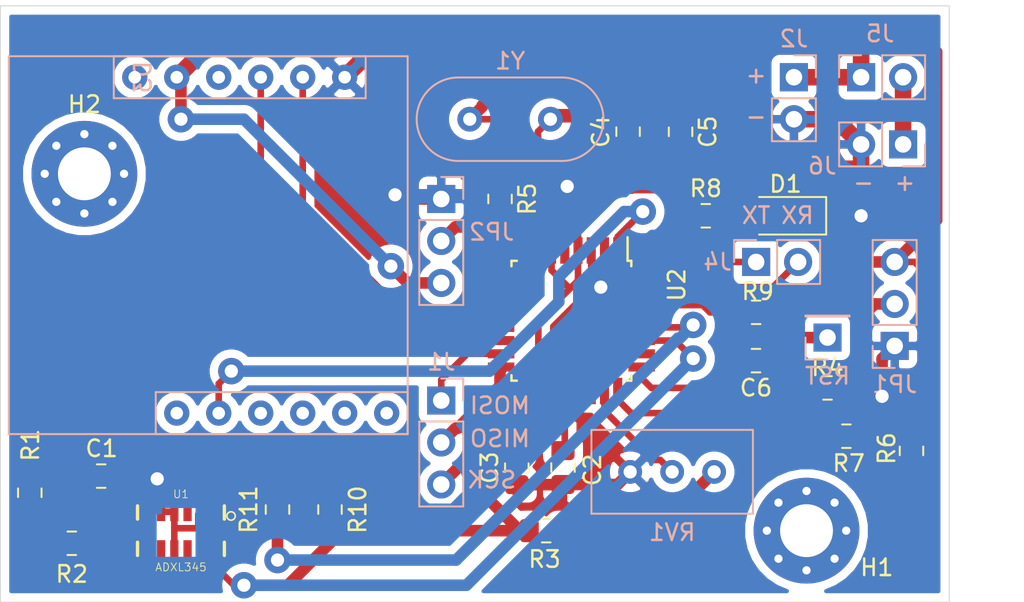
<source format=kicad_pcb>
(kicad_pcb (version 20171130) (host pcbnew "(5.1.5)-3")
  (layers (0 F.Cu signal) (31 B.Cu signal) (34 B.Paste user) (35 F.Paste user) (36 B.SilkS user) (37 F.SilkS user) (38 B.Mask user) (39 F.Mask user) (44 Edge.Cuts user))
  (net 0 "")
  (net 1 GND)
  (net 2 VCC)
  (net 3 "Net-(C2-Pad2)")
  (net 4 "Net-(C4-Pad2)")
  (net 5 "Net-(C5-Pad1)")
  (net 6 "Net-(C6-Pad2)")
  (net 7 RST)
  (net 8 "Net-(D1-Pad2)")
  (net 9 "Net-(D3-Pad12)")
  (net 10 "Net-(D3-Pad11)")
  (net 11 "Net-(D3-Pad10)")
  (net 12 "Net-(D3-Pad9)")
  (net 13 DTR)
  (net 14 "Net-(D3-Pad7)")
  (net 15 MCU_RX)
  (net 16 MCU_TX)
  (net 17 "Net-(D3-Pad3)")
  (net 18 "Net-(D3-Pad1)")
  (net 19 SCK)
  (net 20 MISO)
  (net 21 MOSI)
  (net 22 RX)
  (net 23 TX)
  (net 24 "Net-(JP1-Pad2)")
  (net 25 "Net-(JP2-Pad2)")
  (net 26 "Net-(R2-Pad1)")
  (net 27 "Net-(R3-Pad2)")
  (net 28 MODE_JUMPER)
  (net 29 TRIG_MODE_JUMPER)
  (net 30 BAT_MEASURE)
  (net 31 STATUS_LED)
  (net 32 SENS_POT)
  (net 33 "Net-(U1-Pad8)")
  (net 34 "Net-(U1-Pad9)")
  (net 35 "Net-(U1-Pad11)")
  (net 36 SDA)
  (net 37 SCL)
  (net 38 "Net-(U1-Pad3)")
  (net 39 "Net-(U2-Pad26)")
  (net 40 "Net-(U2-Pad22)")
  (net 41 "Net-(U2-Pad19)")
  (net 42 "Net-(U2-Pad14)")
  (net 43 "Net-(U2-Pad11)")
  (net 44 "Net-(U2-Pad10)")
  (net 45 "Net-(R1-Pad1)")
  (net 46 "Net-(J5-Pad2)")
  (net 47 "Net-(U2-Pad2)")
  (module MountingHole:MountingHole_3.2mm_M3_Pad_Via (layer F.Cu) (at 22.86 157.48)
    (fp_text reference H2 (at 0 -4.2) (layer F.SilkS))
    (fp_text value 3.2mm)
    (pad 1 thru_hole circle (at 1.697056 -1.697056) (size 0.8 0.8) (drill 0.5) (layers *.Cu *.Mask))
    (pad 1 thru_hole circle (at 0 -2.4) (size 0.8 0.8) (drill 0.5) (layers *.Cu *.Mask))
    (pad 1 thru_hole circle (at -1.697056 -1.697056) (size 0.8 0.8) (drill 0.5) (layers *.Cu *.Mask))
    (pad 1 thru_hole circle (at -2.4 0) (size 0.8 0.8) (drill 0.5) (layers *.Cu *.Mask))
    (pad 1 thru_hole circle (at -1.697056 1.697056) (size 0.8 0.8) (drill 0.5) (layers *.Cu *.Mask))
    (pad 1 thru_hole circle (at 0 2.4) (size 0.8 0.8) (drill 0.5) (layers *.Cu *.Mask))
    (pad 1 thru_hole circle (at 1.697056 1.697056) (size 0.8 0.8) (drill 0.5) (layers *.Cu *.Mask))
    (pad 1 thru_hole circle (at 2.4 0) (size 0.8 0.8) (drill 0.5) (layers *.Cu *.Mask))
    (pad 1 thru_hole circle (at 0 0) (size 6.4 6.4) (drill 3.2) (layers *.Cu *.Mask))
  )
  (module MountingHole:MountingHole_3.2mm_M3_Pad_Via (layer F.Cu) (at 66.548 179.07)
    (fp_text reference H1 (at 4.252 2.23) (layer F.SilkS))
    (fp_text value 3.2mm)
    (pad 1 thru_hole circle (at 1.697056 -1.697056) (size 0.8 0.8) (drill 0.5) (layers *.Cu *.Mask))
    (pad 1 thru_hole circle (at 0 -2.4) (size 0.8 0.8) (drill 0.5) (layers *.Cu *.Mask))
    (pad 1 thru_hole circle (at -1.697056 -1.697056) (size 0.8 0.8) (drill 0.5) (layers *.Cu *.Mask))
    (pad 1 thru_hole circle (at -2.4 0) (size 0.8 0.8) (drill 0.5) (layers *.Cu *.Mask))
    (pad 1 thru_hole circle (at -1.697056 1.697056) (size 0.8 0.8) (drill 0.5) (layers *.Cu *.Mask))
    (pad 1 thru_hole circle (at 0 2.4) (size 0.8 0.8) (drill 0.5) (layers *.Cu *.Mask))
    (pad 1 thru_hole circle (at 1.697056 1.697056) (size 0.8 0.8) (drill 0.5) (layers *.Cu *.Mask))
    (pad 1 thru_hole circle (at 2.4 0) (size 0.8 0.8) (drill 0.5) (layers *.Cu *.Mask))
    (pad 1 thru_hole circle (at 0 0) (size 6.4 6.4) (drill 3.2) (layers *.Cu *.Mask))
  )
  (module SIM800lBB:SIM800lBB (layer B.Cu) (at 25.908 151.638 270)
    (fp_text reference D3 (at 0 -0.5 90) (layer B.SilkS) (effects (justify mirror)))
    (fp_text value SiM800LBB)
    (pad 12 thru_hole circle (at 20.32 -15.24 270) (size 1.524 1.524) (drill 0.762) (layers *.Cu *.Mask) (net 9 "Net-(D3-Pad12)"))
    (pad 11 thru_hole circle (at 20.32 -12.7 270) (size 1.524 1.524) (drill 0.762) (layers *.Cu *.Mask) (net 10 "Net-(D3-Pad11)"))
    (pad 10 thru_hole circle (at 20.32 -10.16 270) (size 1.524 1.524) (drill 0.762) (layers *.Cu *.Mask) (net 11 "Net-(D3-Pad10)"))
    (pad 9 thru_hole circle (at 20.32 -7.62 270) (size 1.524 1.524) (drill 0.762) (layers *.Cu *.Mask) (net 12 "Net-(D3-Pad9)"))
    (pad 8 thru_hole circle (at 20.32 -5.08 270) (size 1.524 1.524) (drill 0.762) (layers *.Cu *.Mask) (net 13 DTR))
    (pad 7 thru_hole circle (at 20.32 -2.54 270) (size 1.524 1.524) (drill 0.762) (layers *.Cu *.Mask) (net 14 "Net-(D3-Pad7)"))
    (pad 6 thru_hole circle (at 0 -12.7 270) (size 1.524 1.524) (drill 0.762) (layers *.Cu *.Mask) (net 1 GND))
    (pad 5 thru_hole circle (at 0 -10.16 270) (size 1.524 1.524) (drill 0.762) (layers *.Cu *.Mask) (net 15 MCU_RX))
    (pad 4 thru_hole circle (at 0 -7.62 270) (size 1.524 1.524) (drill 0.762) (layers *.Cu *.Mask) (net 16 MCU_TX))
    (pad 3 thru_hole circle (at 0 -5.08 270) (size 1.524 1.524) (drill 0.762) (layers *.Cu *.Mask) (net 17 "Net-(D3-Pad3)"))
    (pad 2 thru_hole circle (at 0 -2.54 270) (size 1.524 1.524) (drill 0.762) (layers *.Cu *.Mask) (net 2 VCC))
    (pad 1 thru_hole circle (at 0 0 270) (size 1.524 1.524) (drill 0.762) (layers *.Cu *.Mask) (net 18 "Net-(D3-Pad1)"))
  )
  (module Connector_PinHeader_2.54mm:PinHeader_1x02_P2.54mm_Vertical (layer B.Cu) (at 72.39 155.702 90)
    (fp_text reference J6 (at -1.298 -4.89) (layer B.SilkS) (effects (justify mirror)))
    (fp_text value Conn_01x02)
    (pad 2 thru_hole oval (at 0 -2.54 90) (size 1.7 1.7) (drill 1) (layers *.Cu *.Mask) (net 1 GND))
    (pad 1 thru_hole rect (at 0 0 90) (size 1.7 1.7) (drill 1) (layers *.Cu *.Mask) (net 46 "Net-(J5-Pad2)"))
  )
  (module Connector_PinHeader_2.54mm:PinHeader_1x02_P2.54mm_Vertical (layer B.Cu) (at 69.85 151.638 270)
    (fp_text reference J5 (at -2.638 -1.15) (layer B.SilkS) (effects (justify mirror)))
    (fp_text value Conn_01x02)
    (pad 2 thru_hole oval (at 0 -2.54 270) (size 1.7 1.7) (drill 1) (layers *.Cu *.Mask) (net 46 "Net-(J5-Pad2)"))
    (pad 1 thru_hole rect (at 0 0 270) (size 1.7 1.7) (drill 1) (layers *.Cu *.Mask) (net 2 VCC))
  )
  (module Resistor_SMD:R_0805_2012Metric_Pad1.15x1.40mm_HandSolder (layer F.Cu) (at 34.544 177.791 270)
    (fp_text reference R11 (at 0 1.744 90) (layer F.SilkS))
    (fp_text value 10K)
    (pad 2 smd roundrect (at 1.025 0 270) (size 1.15 1.4) (layers F.Cu F.Paste F.Mask) (roundrect_rratio 0.217391) (net 37 SCL))
    (pad 1 smd roundrect (at -1.025 0 270) (size 1.15 1.4) (layers F.Cu F.Paste F.Mask) (roundrect_rratio 0.217391) (net 2 VCC))
  )
  (module Resistor_SMD:R_0805_2012Metric_Pad1.15x1.40mm_HandSolder (layer F.Cu) (at 37.719 177.791 90)
    (fp_text reference R10 (at -0.009 1.681 90) (layer F.SilkS))
    (fp_text value 10K)
    (pad 2 smd roundrect (at 1.025 0 90) (size 1.15 1.4) (layers F.Cu F.Paste F.Mask) (roundrect_rratio 0.217391) (net 2 VCC))
    (pad 1 smd roundrect (at -1.025 0 90) (size 1.15 1.4) (layers F.Cu F.Paste F.Mask) (roundrect_rratio 0.217391) (net 36 SDA))
  )
  (module Crystal:Crystal_HC49-U_Vertical (layer B.Cu) (at 51.054 154.178 180)
    (fp_text reference Y1 (at 2.44 3.525) (layer B.SilkS) (effects (justify mirror)))
    (fp_text value 8MHz)
    (pad 2 thru_hole circle (at 4.88 0 180) (size 1.5 1.5) (drill 0.8) (layers *.Cu *.Mask) (net 5 "Net-(C5-Pad1)"))
    (pad 1 thru_hole circle (at 0 0 180) (size 1.5 1.5) (drill 0.8) (layers *.Cu *.Mask) (net 4 "Net-(C4-Pad2)"))
  )
  (module Package_QFP:TQFP-32_7x7mm_P0.8mm (layer F.Cu) (at 52.324 166.37 270)
    (fp_text reference U2 (at -2.17 -6.376 90) (layer F.SilkS))
    (fp_text value ATmega328P-AU)
    (pad 32 smd rect (at -2.8 -4.25) (size 1.6 0.55) (layers F.Cu F.Paste F.Mask) (net 31 STATUS_LED))
    (pad 31 smd rect (at -2 -4.25) (size 1.6 0.55) (layers F.Cu F.Paste F.Mask) (net 23 TX))
    (pad 30 smd rect (at -1.2 -4.25) (size 1.6 0.55) (layers F.Cu F.Paste F.Mask) (net 22 RX))
    (pad 29 smd rect (at -0.4 -4.25) (size 1.6 0.55) (layers F.Cu F.Paste F.Mask) (net 6 "Net-(C6-Pad2)"))
    (pad 28 smd rect (at 0.4 -4.25) (size 1.6 0.55) (layers F.Cu F.Paste F.Mask) (net 37 SCL))
    (pad 27 smd rect (at 1.2 -4.25) (size 1.6 0.55) (layers F.Cu F.Paste F.Mask) (net 36 SDA))
    (pad 26 smd rect (at 2 -4.25) (size 1.6 0.55) (layers F.Cu F.Paste F.Mask) (net 39 "Net-(U2-Pad26)"))
    (pad 25 smd rect (at 2.8 -4.25) (size 1.6 0.55) (layers F.Cu F.Paste F.Mask) (net 28 MODE_JUMPER))
    (pad 24 smd rect (at 4.25 -2.8 270) (size 1.6 0.55) (layers F.Cu F.Paste F.Mask) (net 30 BAT_MEASURE))
    (pad 23 smd rect (at 4.25 -2 270) (size 1.6 0.55) (layers F.Cu F.Paste F.Mask) (net 32 SENS_POT))
    (pad 22 smd rect (at 4.25 -1.2 270) (size 1.6 0.55) (layers F.Cu F.Paste F.Mask) (net 40 "Net-(U2-Pad22)"))
    (pad 21 smd rect (at 4.25 -0.4 270) (size 1.6 0.55) (layers F.Cu F.Paste F.Mask) (net 1 GND))
    (pad 20 smd rect (at 4.25 0.4 270) (size 1.6 0.55) (layers F.Cu F.Paste F.Mask) (net 3 "Net-(C2-Pad2)"))
    (pad 19 smd rect (at 4.25 1.2 270) (size 1.6 0.55) (layers F.Cu F.Paste F.Mask) (net 41 "Net-(U2-Pad19)"))
    (pad 18 smd rect (at 4.25 2 270) (size 1.6 0.55) (layers F.Cu F.Paste F.Mask) (net 2 VCC))
    (pad 17 smd rect (at 4.25 2.8 270) (size 1.6 0.55) (layers F.Cu F.Paste F.Mask) (net 19 SCK))
    (pad 16 smd rect (at 2.8 4.25) (size 1.6 0.55) (layers F.Cu F.Paste F.Mask) (net 20 MISO))
    (pad 15 smd rect (at 2 4.25) (size 1.6 0.55) (layers F.Cu F.Paste F.Mask) (net 21 MOSI))
    (pad 14 smd rect (at 1.2 4.25) (size 1.6 0.55) (layers F.Cu F.Paste F.Mask) (net 42 "Net-(U2-Pad14)"))
    (pad 13 smd rect (at 0.4 4.25) (size 1.6 0.55) (layers F.Cu F.Paste F.Mask) (net 16 MCU_TX))
    (pad 12 smd rect (at -0.4 4.25) (size 1.6 0.55) (layers F.Cu F.Paste F.Mask) (net 15 MCU_RX))
    (pad 11 smd rect (at -1.2 4.25) (size 1.6 0.55) (layers F.Cu F.Paste F.Mask) (net 43 "Net-(U2-Pad11)"))
    (pad 10 smd rect (at -2 4.25) (size 1.6 0.55) (layers F.Cu F.Paste F.Mask) (net 44 "Net-(U2-Pad10)"))
    (pad 9 smd rect (at -2.8 4.25) (size 1.6 0.55) (layers F.Cu F.Paste F.Mask) (net 29 TRIG_MODE_JUMPER))
    (pad 8 smd rect (at -4.25 2.8 270) (size 1.6 0.55) (layers F.Cu F.Paste F.Mask) (net 5 "Net-(C5-Pad1)"))
    (pad 7 smd rect (at -4.25 2 270) (size 1.6 0.55) (layers F.Cu F.Paste F.Mask) (net 4 "Net-(C4-Pad2)"))
    (pad 6 smd rect (at -4.25 1.2 270) (size 1.6 0.55) (layers F.Cu F.Paste F.Mask) (net 2 VCC))
    (pad 5 smd rect (at -4.25 0.4 270) (size 1.6 0.55) (layers F.Cu F.Paste F.Mask) (net 1 GND))
    (pad 4 smd rect (at -4.25 -0.4 270) (size 1.6 0.55) (layers F.Cu F.Paste F.Mask) (net 2 VCC))
    (pad 3 smd rect (at -4.25 -1.2 270) (size 1.6 0.55) (layers F.Cu F.Paste F.Mask) (net 1 GND))
    (pad 2 smd rect (at -4.25 -2 270) (size 1.6 0.55) (layers F.Cu F.Paste F.Mask) (net 47 "Net-(U2-Pad2)"))
    (pad 1 smd rect (at -4.25 -2.8 270) (size 1.6 0.55) (layers F.Cu F.Paste F.Mask) (net 13 DTR))
  )
  (module ADXL345:LGA-14 (layer F.Cu) (at 28.702 179.07)
    (fp_text reference U1 (at 0 -2.2098) (layer F.SilkS) (effects (font (size 0.48 0.48) (thickness 0.05))))
    (fp_text value ADXL345 (at 0 2.2098) (layer F.SilkS) (effects (font (size 0.48 0.48) (thickness 0.05))))
    (fp_text user Z (at -0.127 -0.127) (layer Edge.Cuts) (effects (font (thickness 0.05))))
    (fp_text user Y (at -0.508 0.254) (layer Edge.Cuts) (effects (font (thickness 0.05))))
    (fp_text user X (at -0.127 0.254) (layer Edge.Cuts) (effects (font (thickness 0.05))))
    (pad 7 smd rect (at -2.1 0 270) (size 0.5 1.1238) (layers F.Cu F.Paste F.Mask) (net 45 "Net-(R1-Pad1)"))
    (pad 8 smd rect (at -2 1.13048 180) (size 0.5 1.1238) (layers F.Cu F.Paste F.Mask) (net 33 "Net-(U1-Pad8)"))
    (pad 9 smd rect (at -1.2 1.1381 180) (size 0.5 1.1238) (layers F.Cu F.Paste F.Mask) (net 34 "Net-(U1-Pad9)"))
    (pad 10 smd rect (at -0.4 1.1381) (size 0.5 1.1238) (layers F.Cu F.Paste F.Mask) (net 1 GND))
    (pad 11 smd rect (at 0.4 1.1381) (size 0.5 1.1238) (layers F.Cu F.Paste F.Mask) (net 35 "Net-(U1-Pad11)"))
    (pad 12 smd rect (at 1.2 1.1381) (size 0.5 1.1238) (layers F.Cu F.Paste F.Mask) (net 26 "Net-(R2-Pad1)"))
    (pad 13 smd rect (at 2 1.1381) (size 0.5 1.1238) (layers F.Cu F.Paste F.Mask) (net 36 SDA))
    (pad 14 smd rect (at 2.1 0 90) (size 0.5 1.1238) (layers F.Cu F.Paste F.Mask) (net 37 SCL))
    (pad 1 smd rect (at 2 -1.1381) (size 0.5 1.1238) (layers F.Cu F.Paste F.Mask) (net 2 VCC))
    (pad 2 smd rect (at 1.2 -1.1381 180) (size 0.5 1.1238) (layers F.Cu F.Paste F.Mask) (net 1 GND))
    (pad 3 smd rect (at 0.4 -1.1381 180) (size 0.5 1.1238) (layers F.Cu F.Paste F.Mask) (net 38 "Net-(U1-Pad3)"))
    (pad 4 smd rect (at -0.4 -1.1381 180) (size 0.5 1.1238) (layers F.Cu F.Paste F.Mask) (net 1 GND))
    (pad 5 smd rect (at -1.2 -1.1381 180) (size 0.5 1.1238) (layers F.Cu F.Paste F.Mask) (net 1 GND))
    (pad 6 smd rect (at -2 -1.1381 180) (size 0.5 1.1238) (layers F.Cu F.Paste F.Mask) (net 2 VCC))
  )
  (module Potentiometer_THT:Potentiometer_Bourns_3296W_Vertical (layer B.Cu) (at 60.96 175.514)
    (fp_text reference RV1 (at -2.54 3.66) (layer B.SilkS) (effects (justify mirror)))
    (fp_text value 10K)
    (pad 3 thru_hole circle (at -5.08 0) (size 1.44 1.44) (drill 0.8) (layers *.Cu *.Mask) (net 1 GND))
    (pad 2 thru_hole circle (at -2.54 0) (size 1.44 1.44) (drill 0.8) (layers *.Cu *.Mask) (net 32 SENS_POT))
    (pad 1 thru_hole circle (at 0 0) (size 1.44 1.44) (drill 0.8) (layers *.Cu *.Mask) (net 27 "Net-(R3-Pad2)"))
  )
  (module Resistor_SMD:R_0805_2012Metric_Pad1.15x1.40mm_HandSolder (layer F.Cu) (at 63.5 165.862 180)
    (fp_text reference R9 (at -0.1 1.262) (layer F.SilkS))
    (fp_text value 10K)
    (pad 2 smd roundrect (at 1.025 0 180) (size 1.15 1.4) (layers F.Cu F.Paste F.Mask) (roundrect_rratio 0.217391) (net 6 "Net-(C6-Pad2)"))
    (pad 1 smd roundrect (at -1.025 0 180) (size 1.15 1.4) (layers F.Cu F.Paste F.Mask) (roundrect_rratio 0.217391) (net 2 VCC))
  )
  (module Resistor_SMD:R_0805_2012Metric_Pad1.15x1.40mm_HandSolder (layer F.Cu) (at 60.452 160.02)
    (fp_text reference R8 (at 0 -1.65) (layer F.SilkS))
    (fp_text value 330)
    (pad 2 smd roundrect (at 1.025 0) (size 1.15 1.4) (layers F.Cu F.Paste F.Mask) (roundrect_rratio 0.217391) (net 8 "Net-(D1-Pad2)"))
    (pad 1 smd roundrect (at -1.025 0) (size 1.15 1.4) (layers F.Cu F.Paste F.Mask) (roundrect_rratio 0.217391) (net 31 STATUS_LED))
  )
  (module Resistor_SMD:R_0805_2012Metric_Pad1.15x1.40mm_HandSolder (layer F.Cu) (at 68.961 173.355)
    (fp_text reference R7 (at 0.139 1.645) (layer F.SilkS))
    (fp_text value 4.7K)
    (pad 2 smd roundrect (at 1.025 0) (size 1.15 1.4) (layers F.Cu F.Paste F.Mask) (roundrect_rratio 0.217391) (net 1 GND))
    (pad 1 smd roundrect (at -1.025 0) (size 1.15 1.4) (layers F.Cu F.Paste F.Mask) (roundrect_rratio 0.217391) (net 30 BAT_MEASURE))
  )
  (module Resistor_SMD:R_0805_2012Metric_Pad1.15x1.40mm_HandSolder (layer F.Cu) (at 72.898 174.244 270)
    (fp_text reference R6 (at -0.144 1.498 90) (layer F.SilkS))
    (fp_text value 20K)
    (pad 1 smd roundrect (at -1.025 0 270) (size 1.15 1.4) (layers F.Cu F.Paste F.Mask) (roundrect_rratio 0.217391) (net 2 VCC))
    (pad 2 smd roundrect (at 1.025 0 270) (size 1.15 1.4) (layers F.Cu F.Paste F.Mask) (roundrect_rratio 0.217391) (net 30 BAT_MEASURE))
  )
  (module Resistor_SMD:R_0805_2012Metric_Pad1.15x1.40mm_HandSolder (layer F.Cu) (at 48.006 159.004 270)
    (fp_text reference R5 (at 0 -1.65 90) (layer F.SilkS))
    (fp_text value 30K)
    (pad 2 smd roundrect (at 1.025 0 270) (size 1.15 1.4) (layers F.Cu F.Paste F.Mask) (roundrect_rratio 0.217391) (net 29 TRIG_MODE_JUMPER))
    (pad 1 smd roundrect (at -1.025 0 270) (size 1.15 1.4) (layers F.Cu F.Paste F.Mask) (roundrect_rratio 0.217391) (net 25 "Net-(JP2-Pad2)"))
  )
  (module Resistor_SMD:R_0805_2012Metric_Pad1.15x1.40mm_HandSolder (layer F.Cu) (at 67.818 170.434 180)
    (fp_text reference R4 (at 0 1.234) (layer F.SilkS))
    (fp_text value 30K)
    (pad 2 smd roundrect (at 1.025 0 180) (size 1.15 1.4) (layers F.Cu F.Paste F.Mask) (roundrect_rratio 0.217391) (net 28 MODE_JUMPER))
    (pad 1 smd roundrect (at -1.025 0 180) (size 1.15 1.4) (layers F.Cu F.Paste F.Mask) (roundrect_rratio 0.217391) (net 24 "Net-(JP1-Pad2)"))
  )
  (module Resistor_SMD:R_0805_2012Metric_Pad1.15x1.40mm_HandSolder (layer F.Cu) (at 50.8 179.07)
    (fp_text reference R3 (at -0.1 1.73) (layer F.SilkS))
    (fp_text value 30K)
    (pad 2 smd roundrect (at 1.025 0) (size 1.15 1.4) (layers F.Cu F.Paste F.Mask) (roundrect_rratio 0.217391) (net 27 "Net-(R3-Pad2)"))
    (pad 1 smd roundrect (at -1.025 0) (size 1.15 1.4) (layers F.Cu F.Paste F.Mask) (roundrect_rratio 0.217391) (net 2 VCC))
  )
  (module Resistor_SMD:R_0805_2012Metric_Pad1.15x1.40mm_HandSolder (layer F.Cu) (at 22.098 179.832)
    (fp_text reference R2 (at 0 1.868) (layer F.SilkS))
    (fp_text value 10K)
    (pad 2 smd roundrect (at 1.025 0) (size 1.15 1.4) (layers F.Cu F.Paste F.Mask) (roundrect_rratio 0.217391) (net 1 GND))
    (pad 1 smd roundrect (at -1.025 0) (size 1.15 1.4) (layers F.Cu F.Paste F.Mask) (roundrect_rratio 0.217391) (net 26 "Net-(R2-Pad1)"))
  )
  (module Resistor_SMD:R_0805_2012Metric_Pad1.15x1.40mm_HandSolder (layer F.Cu) (at 19.558 176.775 90)
    (fp_text reference R1 (at 2.875 0.042 90) (layer F.SilkS))
    (fp_text value 10K)
    (pad 2 smd roundrect (at 1.025 0 90) (size 1.15 1.4) (layers F.Cu F.Paste F.Mask) (roundrect_rratio 0.217391) (net 2 VCC))
    (pad 1 smd roundrect (at -1.025 0 90) (size 1.15 1.4) (layers F.Cu F.Paste F.Mask) (roundrect_rratio 0.217391) (net 45 "Net-(R1-Pad1)"))
  )
  (module Connector_PinHeader_2.54mm:PinHeader_1x03_P2.54mm_Vertical (layer B.Cu) (at 44.45 159.004 180)
    (fp_text reference JP2 (at -3.05 -1.996 180) (layer B.SilkS) (effects (justify mirror)))
    (fp_text value Jumper_3_Bridged12)
    (pad 3 thru_hole oval (at 0 -5.08 180) (size 1.7 1.7) (drill 1) (layers *.Cu *.Mask) (net 2 VCC))
    (pad 2 thru_hole oval (at 0 -2.54 180) (size 1.7 1.7) (drill 1) (layers *.Cu *.Mask) (net 25 "Net-(JP2-Pad2)"))
    (pad 1 thru_hole rect (at 0 0 180) (size 1.7 1.7) (drill 1) (layers *.Cu *.Mask) (net 1 GND))
  )
  (module Connector_PinHeader_2.54mm:PinHeader_1x03_P2.54mm_Vertical (layer B.Cu) (at 71.882 167.894)
    (fp_text reference JP1 (at 0 2.33) (layer B.SilkS) (effects (justify mirror)))
    (fp_text value Jumper_3_Bridged12)
    (pad 3 thru_hole oval (at 0 -5.08) (size 1.7 1.7) (drill 1) (layers *.Cu *.Mask) (net 2 VCC))
    (pad 2 thru_hole oval (at 0 -2.54) (size 1.7 1.7) (drill 1) (layers *.Cu *.Mask) (net 24 "Net-(JP1-Pad2)"))
    (pad 1 thru_hole rect (at 0 0) (size 1.7 1.7) (drill 1) (layers *.Cu *.Mask) (net 1 GND))
  )
  (module Connector_PinHeader_2.54mm:PinHeader_1x02_P2.54mm_Vertical (layer B.Cu) (at 63.5 162.814 270)
    (fp_text reference J4 (at 0 2.33) (layer B.SilkS) (effects (justify mirror)))
    (fp_text value Conn_01x02)
    (pad 2 thru_hole oval (at 0 -2.54 270) (size 1.7 1.7) (drill 1) (layers *.Cu *.Mask) (net 22 RX))
    (pad 1 thru_hole rect (at 0 0 270) (size 1.7 1.7) (drill 1) (layers *.Cu *.Mask) (net 23 TX))
  )
  (module Connector_PinHeader_2.54mm:PinHeader_1x01_P2.54mm_Vertical (layer B.Cu) (at 67.818 167.386)
    (fp_text reference RST (at 0 2.33) (layer B.SilkS) (effects (justify mirror)))
    (fp_text value Conn_01x01)
    (pad 1 thru_hole rect (at 0 0) (size 1.7 1.7) (drill 1) (layers *.Cu *.Mask) (net 7 RST))
  )
  (module Connector_PinHeader_2.54mm:PinHeader_1x02_P2.54mm_Vertical (layer B.Cu) (at 65.786 151.638 180)
    (fp_text reference J2 (at 0 2.33) (layer B.SilkS) (effects (justify mirror)))
    (fp_text value Conn_01x02)
    (pad 2 thru_hole oval (at 0 -2.54 180) (size 1.7 1.7) (drill 1) (layers *.Cu *.Mask) (net 1 GND))
    (pad 1 thru_hole rect (at 0 0 180) (size 1.7 1.7) (drill 1) (layers *.Cu *.Mask) (net 2 VCC))
  )
  (module Connector_PinHeader_2.54mm:PinHeader_1x03_P2.54mm_Vertical (layer B.Cu) (at 44.45 171.196 180)
    (fp_text reference J1 (at 0 2.33) (layer B.SilkS) (effects (justify mirror)))
    (fp_text value Conn_01x03)
    (pad 3 thru_hole oval (at 0 -5.08 180) (size 1.7 1.7) (drill 1) (layers *.Cu *.Mask) (net 19 SCK))
    (pad 2 thru_hole oval (at 0 -2.54 180) (size 1.7 1.7) (drill 1) (layers *.Cu *.Mask) (net 20 MISO))
    (pad 1 thru_hole rect (at 0 0 180) (size 1.7 1.7) (drill 1) (layers *.Cu *.Mask) (net 21 MOSI))
  )
  (module LED_SMD:LED_1206_3216Metric_Pad1.42x1.75mm_HandSolder (layer F.Cu) (at 65.278 160.02 180)
    (fp_text reference D1 (at 0 1.92) (layer F.SilkS))
    (fp_text value LED)
    (pad 2 smd roundrect (at 1.4875 0 180) (size 1.425 1.75) (layers F.Cu F.Paste F.Mask) (roundrect_rratio 0.175439) (net 8 "Net-(D1-Pad2)"))
    (pad 1 smd roundrect (at -1.4875 0 180) (size 1.425 1.75) (layers F.Cu F.Paste F.Mask) (roundrect_rratio 0.175439) (net 1 GND))
  )
  (module Capacitor_SMD:C_0805_2012Metric_Pad1.15x1.40mm_HandSolder (layer F.Cu) (at 63.491 168.783 180)
    (fp_text reference C6 (at 0 -1.65) (layer F.SilkS))
    (fp_text value 0.1uF)
    (pad 2 smd roundrect (at 1.025 0 180) (size 1.15 1.4) (layers F.Cu F.Paste F.Mask) (roundrect_rratio 0.217391) (net 6 "Net-(C6-Pad2)"))
    (pad 1 smd roundrect (at -1.025 0 180) (size 1.15 1.4) (layers F.Cu F.Paste F.Mask) (roundrect_rratio 0.217391) (net 7 RST))
  )
  (module Capacitor_SMD:C_0805_2012Metric_Pad1.15x1.40mm_HandSolder (layer F.Cu) (at 58.928 154.94 270)
    (fp_text reference C5 (at 0 -1.65 90) (layer F.SilkS))
    (fp_text value 15pF)
    (pad 2 smd roundrect (at 1.025 0 270) (size 1.15 1.4) (layers F.Cu F.Paste F.Mask) (roundrect_rratio 0.217391) (net 1 GND))
    (pad 1 smd roundrect (at -1.025 0 270) (size 1.15 1.4) (layers F.Cu F.Paste F.Mask) (roundrect_rratio 0.217391) (net 5 "Net-(C5-Pad1)"))
  )
  (module Capacitor_SMD:C_0805_2012Metric_Pad1.15x1.40mm_HandSolder (layer F.Cu) (at 55.753 154.931 90)
    (fp_text reference C4 (at 0 -1.65 90) (layer F.SilkS))
    (fp_text value 15pF)
    (pad 2 smd roundrect (at 1.025 0 90) (size 1.15 1.4) (layers F.Cu F.Paste F.Mask) (roundrect_rratio 0.217391) (net 4 "Net-(C4-Pad2)"))
    (pad 1 smd roundrect (at -1.025 0 90) (size 1.15 1.4) (layers F.Cu F.Paste F.Mask) (roundrect_rratio 0.217391) (net 1 GND))
  )
  (module Capacitor_SMD:C_0805_2012Metric_Pad1.15x1.40mm_HandSolder (layer F.Cu) (at 49.022 175.26 90)
    (fp_text reference C3 (at 0 -1.65 90) (layer F.SilkS))
    (fp_text value 0.1uF)
    (pad 1 smd roundrect (at -1.025 0 90) (size 1.15 1.4) (layers F.Cu F.Paste F.Mask) (roundrect_rratio 0.217391) (net 1 GND))
    (pad 2 smd roundrect (at 1.025 0 90) (size 1.15 1.4) (layers F.Cu F.Paste F.Mask) (roundrect_rratio 0.217391) (net 2 VCC))
  )
  (module Capacitor_SMD:C_0805_2012Metric_Pad1.15x1.40mm_HandSolder (layer F.Cu) (at 51.816 175.251 90)
    (fp_text reference C2 (at -0.149 1.784 90) (layer F.SilkS))
    (fp_text value 0.1uF)
    (pad 2 smd roundrect (at 1.025 0 90) (size 1.15 1.4) (layers F.Cu F.Paste F.Mask) (roundrect_rratio 0.217391) (net 3 "Net-(C2-Pad2)"))
    (pad 1 smd roundrect (at -1.025 0 90) (size 1.15 1.4) (layers F.Cu F.Paste F.Mask) (roundrect_rratio 0.217391) (net 1 GND))
  )
  (module Capacitor_SMD:C_0805_2012Metric_Pad1.15x1.40mm_HandSolder (layer F.Cu) (at 23.876 175.768)
    (fp_text reference C1 (at 0.024 -1.668) (layer F.SilkS))
    (fp_text value 0.1uF)
    (pad 2 smd roundrect (at 1.025 0) (size 1.15 1.4) (layers F.Cu F.Paste F.Mask) (roundrect_rratio 0.217391) (net 1 GND))
    (pad 1 smd roundrect (at -1.025 0) (size 1.15 1.4) (layers F.Cu F.Paste F.Mask) (roundrect_rratio 0.217391) (net 2 VCC))
  )
  (gr_text SCK (at 47.5 176) (layer B.SilkS) (effects (font (size 1 1)) (justify mirror)))
  (gr_text MISO (at 48 173.5) (layer B.SilkS) (effects (font (size 1 1)) (justify mirror)))
  (gr_text "MOSI\n" (at 48 171.5) (layer B.SilkS) (effects (font (size 1 1)) (justify mirror)))
  (gr_text - (at 70 158) (layer B.SilkS) (effects (font (size 1 1)) (justify mirror)))
  (gr_text + (at 72.5 158) (layer B.SilkS) (effects (font (size 1 1)) (justify mirror)))
  (gr_text TX (at 63.5 160) (layer B.SilkS) (effects (font (size 1 1)) (justify mirror)))
  (gr_text RX (at 66 160) (layer B.SilkS) (effects (font (size 1 1)) (justify mirror)))
  (gr_text - (at 63.5 154) (layer B.SilkS) (effects (font (size 1 1)) (justify mirror)))
  (gr_text + (at 63.5 151.5) (layer B.SilkS) (effects (font (size 1 1)) (justify mirror)))
  (gr_line (start 75.184 183.388) (end 17.78 183.388) (layer Edge.Cuts) (width 0.05))
  (gr_line (start 75.184 147.32) (end 75.184 183.388) (layer Edge.Cuts) (width 0.05))
  (gr_line (start 17.78 147.32) (end 75.184 147.32) (layer Edge.Cuts) (width 0.05))
  (gr_line (start 17.78 183.388) (end 17.78 147.32) (layer Edge.Cuts) (width 0.05))
  (via (at 71.12 170.942) (size 1.6) (drill 0.8) (layers F.Cu B.Cu) (net 1))
  (via (at 69.85 160.02) (size 1.6) (drill 0.8) (layers F.Cu B.Cu) (net 1))
  (via (at 41.656 158.75) (size 1.6) (drill 0.8) (layers F.Cu B.Cu) (net 1))
  (via (at 54.102 164.338) (size 1.6) (drill 0.8) (layers F.Cu B.Cu) (net 1))
  (via (at 52.07 158.242) (size 1.6) (drill 0.8) (layers F.Cu B.Cu) (net 1))
  (segment (start 27.502 177.9319) (end 28.302 177.9319) (width 0.4) (layer F.Cu) (net 1))
  (segment (start 29.752001 178.081899) (end 29.902 177.9319) (width 0.4) (layer F.Cu) (net 1))
  (segment (start 28.302 178.924) (end 28.302 180.2081) (width 0.4) (layer F.Cu) (net 1))
  (segment (start 28.302 177.9319) (end 28.302 178.924) (width 0.4) (layer F.Cu) (net 1))
  (segment (start 28.302 178.924) (end 29.641802 178.924) (width 0.4) (layer F.Cu) (net 1))
  (segment (start 29.641802 178.924) (end 29.752001 178.813801) (width 0.4) (layer F.Cu) (net 1))
  (segment (start 29.752001 178.813801) (end 29.752001 178.081899) (width 0.4) (layer F.Cu) (net 1))
  (segment (start 29.902 177.9319) (end 29.902 177.476) (width 0.4) (layer F.Cu) (net 1))
  (segment (start 38.608 151.638) (end 39.878 150.368) (width 1) (layer F.Cu) (net 1))
  (segment (start 39.878 150.368) (end 62.738 150.368) (width 1) (layer F.Cu) (net 1))
  (segment (start 69.85 156.904081) (end 69.581081 157.173) (width 1) (layer F.Cu) (net 1))
  (segment (start 69.581081 157.173) (end 66.548 157.173) (width 1) (layer F.Cu) (net 1))
  (segment (start 69.85 155.702) (end 69.85 156.904081) (width 1) (layer F.Cu) (net 1))
  (segment (start 51.924 160.92) (end 51.924 162.12) (width 0.4) (layer F.Cu) (net 1))
  (segment (start 51.924 159.974) (end 51.924 160.92) (width 0.4) (layer F.Cu) (net 1))
  (segment (start 52.07 159.828) (end 52.07 158.242) (width 0.4) (layer F.Cu) (net 1))
  (segment (start 51.924 159.974) (end 52.07 159.828) (width 0.4) (layer F.Cu) (net 1))
  (segment (start 53.524 163.76) (end 53.524 162.12) (width 0.4) (layer F.Cu) (net 1))
  (segment (start 54.102 164.338) (end 53.524 163.76) (width 0.4) (layer F.Cu) (net 1))
  (segment (start 52.724 165.716) (end 52.724 170.62) (width 0.4) (layer F.Cu) (net 1))
  (segment (start 54.102 164.338) (end 52.724 165.716) (width 0.4) (layer F.Cu) (net 1))
  (segment (start 66.548 157.173) (end 62.738 157.173) (width 1) (layer F.Cu) (net 1))
  (segment (start 68.326 154.178) (end 69.85 155.702) (width 1) (layer F.Cu) (net 1))
  (segment (start 65.786 154.178) (end 68.326 154.178) (width 1) (layer F.Cu) (net 1))
  (segment (start 52.724 172.358) (end 55.88 175.514) (width 0.4) (layer F.Cu) (net 1))
  (segment (start 52.724 170.62) (end 52.724 172.358) (width 0.4) (layer F.Cu) (net 1))
  (segment (start 23.123 180.532) (end 24.455 181.864) (width 0.4) (layer F.Cu) (net 1))
  (segment (start 23.123 179.832) (end 23.123 180.532) (width 0.4) (layer F.Cu) (net 1))
  (segment (start 28.302 181.17) (end 28.302 180.2081) (width 0.4) (layer F.Cu) (net 1))
  (segment (start 27.608 181.864) (end 28.302 181.17) (width 0.4) (layer F.Cu) (net 1))
  (segment (start 24.455 181.864) (end 27.608 181.864) (width 0.4) (layer F.Cu) (net 1))
  (segment (start 28.302 176.97) (end 28.302 177.9319) (width 0.4) (layer F.Cu) (net 1))
  (segment (start 27.266 175.934) (end 28.302 176.97) (width 0.4) (layer F.Cu) (net 1))
  (via (at 27.266 175.934) (size 1.6) (drill 0.8) (layers F.Cu B.Cu) (net 1))
  (segment (start 69.85 160.02) (end 66.7655 160.02) (width 0.7) (layer F.Cu) (net 1))
  (segment (start 69.986 172.076) (end 71.12 170.942) (width 0.7) (layer F.Cu) (net 1))
  (segment (start 69.986 173.355) (end 69.986 172.076) (width 0.7) (layer F.Cu) (net 1))
  (segment (start 71.12 168.656) (end 71.882 167.894) (width 0.7) (layer F.Cu) (net 1))
  (segment (start 71.12 170.942) (end 71.12 168.656) (width 0.7) (layer F.Cu) (net 1))
  (segment (start 54.356 155.956) (end 52.07 158.242) (width 0.7) (layer F.Cu) (net 1))
  (segment (start 55.753 155.956) (end 54.356 155.956) (width 0.7) (layer F.Cu) (net 1))
  (segment (start 62.738 150.368) (end 62.738 157.173) (width 1) (layer F.Cu) (net 1))
  (segment (start 61.53 155.965) (end 58.928 155.965) (width 0.7) (layer F.Cu) (net 1))
  (segment (start 62.738 157.173) (end 61.53 155.965) (width 0.7) (layer F.Cu) (net 1))
  (segment (start 51.807 176.285) (end 51.816 176.276) (width 0.7) (layer F.Cu) (net 1))
  (segment (start 49.022 176.285) (end 51.807 176.285) (width 0.7) (layer F.Cu) (net 1))
  (segment (start 55.118 176.276) (end 55.88 175.514) (width 0.7) (layer F.Cu) (net 1))
  (segment (start 51.816 176.276) (end 55.118 176.276) (width 0.7) (layer F.Cu) (net 1))
  (segment (start 25.067 175.934) (end 24.901 175.768) (width 0.7) (layer F.Cu) (net 1))
  (segment (start 27.266 175.934) (end 25.067 175.934) (width 0.7) (layer F.Cu) (net 1))
  (segment (start 41.91 159.004) (end 41.656 158.75) (width 0.7) (layer F.Cu) (net 1))
  (segment (start 44.45 159.004) (end 41.91 159.004) (width 0.7) (layer F.Cu) (net 1))
  (segment (start 58.919 155.956) (end 58.928 155.965) (width 0.7) (layer F.Cu) (net 1))
  (segment (start 55.753 155.956) (end 58.919 155.956) (width 0.7) (layer F.Cu) (net 1))
  (segment (start 69.85 161.15137) (end 69.85 160.02) (width 0.7) (layer B.Cu) (net 1))
  (segment (start 69.85 168.54063) (end 69.85 161.15137) (width 0.7) (layer B.Cu) (net 1))
  (segment (start 71.12 169.81063) (end 69.85 168.54063) (width 0.7) (layer B.Cu) (net 1))
  (segment (start 71.12 170.942) (end 71.12 169.81063) (width 0.7) (layer B.Cu) (net 1))
  (segment (start 54.901999 163.538001) (end 54.102 164.338) (width 0.7) (layer B.Cu) (net 1))
  (segment (start 57.223999 161.216001) (end 54.901999 163.538001) (width 0.7) (layer B.Cu) (net 1))
  (segment (start 68.653999 161.216001) (end 57.223999 161.216001) (width 0.7) (layer B.Cu) (net 1))
  (segment (start 69.85 160.02) (end 68.653999 161.216001) (width 0.7) (layer B.Cu) (net 1))
  (segment (start 67.272001 157.442001) (end 69.050001 159.220001) (width 0.7) (layer B.Cu) (net 1))
  (segment (start 69.050001 159.220001) (end 69.85 160.02) (width 0.7) (layer B.Cu) (net 1))
  (segment (start 52.869999 157.442001) (end 67.272001 157.442001) (width 0.7) (layer B.Cu) (net 1))
  (segment (start 52.07 158.242) (end 52.869999 157.442001) (width 0.7) (layer B.Cu) (net 1))
  (segment (start 51.562 158.75) (end 52.07 158.242) (width 0.7) (layer B.Cu) (net 1))
  (segment (start 41.656 158.75) (end 51.562 158.75) (width 0.7) (layer B.Cu) (net 1))
  (segment (start 54.102 168.844002) (end 54.102 165.46937) (width 0.7) (layer B.Cu) (net 1))
  (segment (start 45.170001 177.776001) (end 54.102 168.844002) (width 0.7) (layer B.Cu) (net 1))
  (segment (start 30.239371 177.776001) (end 45.170001 177.776001) (width 0.7) (layer B.Cu) (net 1))
  (segment (start 28.39737 175.934) (end 30.239371 177.776001) (width 0.7) (layer B.Cu) (net 1))
  (segment (start 54.102 165.46937) (end 54.102 164.338) (width 0.7) (layer B.Cu) (net 1))
  (segment (start 27.266 175.934) (end 28.39737 175.934) (width 0.7) (layer B.Cu) (net 1))
  (via (at 28.702 154.178) (size 1.6) (drill 0.8) (layers F.Cu B.Cu) (net 2))
  (via (at 41.402 163.068) (size 1.6) (drill 0.8) (layers F.Cu B.Cu) (net 2))
  (segment (start 26.702 177.62) (end 26.702 177.9319) (width 0.4) (layer F.Cu) (net 2))
  (segment (start 69.85 151.638) (end 69.85 149.788) (width 1) (layer F.Cu) (net 2))
  (segment (start 52.724 162.12) (end 52.724 160.92) (width 0.4) (layer F.Cu) (net 2))
  (segment (start 74.422 158.496) (end 74.422 150.114) (width 0.4) (layer F.Cu) (net 2))
  (segment (start 69.85 149.788) (end 69.342 149.098) (width 1) (layer F.Cu) (net 2))
  (segment (start 52.724 162.12) (end 52.724 163.938) (width 0.4) (layer F.Cu) (net 2))
  (segment (start 52.724 163.938) (end 52.324 164.338) (width 0.4) (layer F.Cu) (net 2))
  (segment (start 51.124 163.32) (end 51.124 162.12) (width 0.4) (layer F.Cu) (net 2))
  (segment (start 52.142 164.338) (end 51.124 163.32) (width 0.4) (layer F.Cu) (net 2))
  (segment (start 52.324 164.338) (end 52.142 164.338) (width 0.4) (layer F.Cu) (net 2))
  (segment (start 50.324 166.338) (end 50.324 170.62) (width 0.4) (layer F.Cu) (net 2))
  (segment (start 52.324 164.338) (end 50.324 166.338) (width 0.4) (layer F.Cu) (net 2))
  (segment (start 50.324 171.795002) (end 50.324 170.62) (width 0.4) (layer F.Cu) (net 2))
  (segment (start 49.022 173.097002) (end 50.324 171.795002) (width 0.4) (layer F.Cu) (net 2))
  (segment (start 49.022 174.235) (end 49.022 173.097002) (width 0.4) (layer F.Cu) (net 2))
  (segment (start 68.652 148.59) (end 69.342 149.098) (width 1) (layer F.Cu) (net 2))
  (segment (start 28.448 151.638) (end 31.496 148.59) (width 1) (layer F.Cu) (net 2))
  (segment (start 31.496 148.59) (end 68.652 148.59) (width 1) (layer F.Cu) (net 2))
  (segment (start 69.85 151.638) (end 65.786 151.638) (width 1) (layer F.Cu) (net 2))
  (segment (start 74.422 158.496) (end 74.422 160.274) (width 0.4) (layer F.Cu) (net 2))
  (segment (start 73.084081 162.814) (end 74.168 163.897919) (width 0.4) (layer F.Cu) (net 2))
  (segment (start 71.882 162.814) (end 73.084081 162.814) (width 0.4) (layer F.Cu) (net 2))
  (segment (start 74.168 172.649) (end 73.598 173.219) (width 0.4) (layer F.Cu) (net 2))
  (segment (start 73.598 173.219) (end 72.898 173.219) (width 0.4) (layer F.Cu) (net 2))
  (segment (start 74.168 163.897919) (end 74.168 172.649) (width 0.4) (layer F.Cu) (net 2))
  (segment (start 30.702 177.9319) (end 33.3781 177.9319) (width 0.4) (layer F.Cu) (net 2))
  (segment (start 33.3781 177.9319) (end 34.544 176.766) (width 0.4) (layer F.Cu) (net 2))
  (segment (start 22.384 176.235) (end 22.851 175.768) (width 0.4) (layer F.Cu) (net 2))
  (segment (start 25.84 176.97) (end 26.416 177.546) (width 0.4) (layer F.Cu) (net 2))
  (segment (start 23.353 176.97) (end 25.84 176.97) (width 0.4) (layer F.Cu) (net 2))
  (segment (start 22.851 175.768) (end 22.851 176.468) (width 0.4) (layer F.Cu) (net 2))
  (segment (start 22.851 176.468) (end 23.353 176.97) (width 0.4) (layer F.Cu) (net 2))
  (segment (start 28.29999 174.56799) (end 30.702 176.97) (width 0.4) (layer F.Cu) (net 2))
  (segment (start 30.702 176.97) (end 30.702 177.9319) (width 0.4) (layer F.Cu) (net 2))
  (segment (start 23.35101 174.56799) (end 28.29999 174.56799) (width 0.4) (layer F.Cu) (net 2))
  (segment (start 22.851 175.068) (end 23.35101 174.56799) (width 0.4) (layer F.Cu) (net 2))
  (segment (start 22.851 175.768) (end 22.851 175.068) (width 0.4) (layer F.Cu) (net 2))
  (segment (start 37.719 176.766) (end 38.419 176.766) (width 0.4) (layer F.Cu) (net 2))
  (segment (start 28.702 151.892) (end 28.448 151.638) (width 0.7) (layer F.Cu) (net 2))
  (segment (start 28.702 154.178) (end 28.702 151.892) (width 0.7) (layer F.Cu) (net 2))
  (segment (start 73.406 149.098) (end 74.422 150.114) (width 0.7) (layer F.Cu) (net 2))
  (segment (start 69.342 149.098) (end 73.406 149.098) (width 0.7) (layer F.Cu) (net 2))
  (segment (start 74.422 152.654) (end 74.422 160.274) (width 0.7) (layer F.Cu) (net 2))
  (segment (start 74.422 150.114) (end 74.422 152.654) (width 0.7) (layer F.Cu) (net 2))
  (segment (start 74.422 160.274) (end 71.882 162.814) (width 0.7) (layer F.Cu) (net 2))
  (segment (start 66.294 165.862) (end 64.525 165.862) (width 0.7) (layer F.Cu) (net 2))
  (segment (start 71.882 162.814) (end 69.342 162.814) (width 0.7) (layer F.Cu) (net 2))
  (segment (start 69.342 162.814) (end 66.294 165.862) (width 0.7) (layer F.Cu) (net 2))
  (segment (start 56.017999 158.465999) (end 58.927999 158.465999) (width 0.4) (layer F.Cu) (net 2))
  (segment (start 55.148 158.496) (end 55.987998 158.496) (width 0.4) (layer F.Cu) (net 2))
  (segment (start 55.987998 158.496) (end 56.017999 158.465999) (width 0.4) (layer F.Cu) (net 2))
  (segment (start 52.724 160.92) (end 55.148 158.496) (width 0.4) (layer F.Cu) (net 2))
  (segment (start 58.927999 158.465999) (end 58.958 158.496) (width 0.4) (layer F.Cu) (net 2))
  (segment (start 58.958 158.496) (end 74.422 158.496) (width 0.4) (layer F.Cu) (net 2))
  (segment (start 38.419 176.766) (end 38.437 176.784) (width 0.7) (layer F.Cu) (net 2))
  (segment (start 38.437 176.784) (end 40.132 176.784) (width 0.7) (layer F.Cu) (net 2))
  (segment (start 42.418 179.07) (end 49.775 179.07) (width 0.7) (layer F.Cu) (net 2))
  (segment (start 40.132 176.784) (end 42.418 179.07) (width 0.7) (layer F.Cu) (net 2))
  (segment (start 22.833 175.75) (end 22.851 175.768) (width 0.7) (layer F.Cu) (net 2))
  (segment (start 19.558 175.75) (end 22.833 175.75) (width 0.7) (layer F.Cu) (net 2))
  (segment (start 42.418 164.084) (end 41.402 163.068) (width 0.7) (layer F.Cu) (net 2))
  (segment (start 44.45 164.084) (end 42.418 164.084) (width 0.7) (layer F.Cu) (net 2))
  (segment (start 48.322 174.235) (end 49.022 174.235) (width 0.7) (layer F.Cu) (net 2))
  (segment (start 46.736 175.821) (end 48.322 174.235) (width 0.7) (layer F.Cu) (net 2))
  (segment (start 46.736 176.606) (end 46.736 175.821) (width 0.7) (layer F.Cu) (net 2))
  (segment (start 49.2 179.07) (end 46.736 176.606) (width 0.7) (layer F.Cu) (net 2))
  (segment (start 49.775 179.07) (end 49.2 179.07) (width 0.7) (layer F.Cu) (net 2))
  (segment (start 34.544 176.766) (end 37.719 176.766) (width 0.7) (layer F.Cu) (net 2))
  (segment (start 32.512 154.178) (end 41.402 163.068) (width 0.7) (layer B.Cu) (net 2))
  (segment (start 28.702 154.178) (end 32.512 154.178) (width 0.7) (layer B.Cu) (net 2))
  (segment (start 51.924 174.118) (end 51.924 170.62) (width 0.4) (layer F.Cu) (net 3))
  (segment (start 51.816 174.226) (end 51.924 174.118) (width 0.4) (layer F.Cu) (net 3))
  (segment (start 50.304001 162.100001) (end 50.324 162.12) (width 0.4) (layer F.Cu) (net 4))
  (segment (start 50.304001 154.927999) (end 50.304001 162.100001) (width 0.4) (layer F.Cu) (net 4))
  (segment (start 51.054 154.178) (end 50.304001 154.927999) (width 0.4) (layer F.Cu) (net 4))
  (segment (start 55.481 154.178) (end 55.753 153.906) (width 0.4) (layer F.Cu) (net 4))
  (segment (start 51.054 154.178) (end 55.481 154.178) (width 0.4) (layer F.Cu) (net 4))
  (segment (start 51.326 153.906) (end 51.054 154.178) (width 0.7) (layer F.Cu) (net 4))
  (segment (start 55.753 153.906) (end 51.326 153.906) (width 0.7) (layer F.Cu) (net 4))
  (segment (start 49.476 162.072) (end 49.524 162.12) (width 0.4) (layer F.Cu) (net 5))
  (segment (start 49.524 162.12) (end 49.524 155.2) (width 0.4) (layer F.Cu) (net 5))
  (segment (start 48.502 154.178) (end 46.174 154.178) (width 0.4) (layer F.Cu) (net 5))
  (segment (start 49.524 155.2) (end 48.502 154.178) (width 0.4) (layer F.Cu) (net 5))
  (segment (start 46.923999 153.428001) (end 46.923999 153.355001) (width 0.7) (layer F.Cu) (net 5))
  (segment (start 46.174 154.178) (end 46.923999 153.428001) (width 0.7) (layer F.Cu) (net 5))
  (segment (start 46.923999 153.355001) (end 48.26 152.019) (width 0.7) (layer F.Cu) (net 5))
  (segment (start 48.26 152.019) (end 58.42 152.019) (width 0.7) (layer F.Cu) (net 5))
  (segment (start 58.928 152.527) (end 58.928 153.915) (width 0.7) (layer F.Cu) (net 5))
  (segment (start 58.42 152.019) (end 58.928 152.527) (width 0.7) (layer F.Cu) (net 5))
  (segment (start 62.475 165.862) (end 61.9 165.862) (width 0.4) (layer F.Cu) (net 6))
  (segment (start 57.871084 165.97) (end 57.774 165.97) (width 0.4) (layer F.Cu) (net 6))
  (segment (start 58.417085 165.423999) (end 57.871084 165.97) (width 0.4) (layer F.Cu) (net 6))
  (segment (start 60.266001 165.423999) (end 58.417085 165.423999) (width 0.4) (layer F.Cu) (net 6))
  (segment (start 60.704002 165.862) (end 60.266001 165.423999) (width 0.4) (layer F.Cu) (net 6))
  (segment (start 57.774 165.97) (end 56.574 165.97) (width 0.4) (layer F.Cu) (net 6))
  (segment (start 62.475 165.862) (end 60.704002 165.862) (width 0.4) (layer F.Cu) (net 6))
  (segment (start 62.466 165.871) (end 62.475 165.862) (width 0.7) (layer F.Cu) (net 6))
  (segment (start 62.466 168.783) (end 62.466 165.871) (width 0.7) (layer F.Cu) (net 6))
  (segment (start 65.913 167.386) (end 64.516 168.783) (width 0.7) (layer F.Cu) (net 7))
  (segment (start 67.818 167.386) (end 65.913 167.386) (width 0.7) (layer F.Cu) (net 7))
  (segment (start 61.477 160.02) (end 63.7905 160.02) (width 0.7) (layer F.Cu) (net 8))
  (via (at 56.642 159.766) (size 1.6) (drill 0.8) (layers F.Cu B.Cu) (net 13))
  (via (at 31.75 169.418) (size 1.6) (drill 0.8) (layers F.Cu B.Cu) (net 13))
  (segment (start 30.988 170.18) (end 31.75 169.418) (width 0.4) (layer F.Cu) (net 13))
  (segment (start 30.988 171.958) (end 30.988 170.18) (width 0.4) (layer F.Cu) (net 13))
  (segment (start 55.124 162.12) (end 55.124 161.284) (width 0.4) (layer F.Cu) (net 13))
  (segment (start 55.124 161.284) (end 56.642 159.766) (width 0.4) (layer F.Cu) (net 13))
  (segment (start 55.51063 159.766) (end 56.642 159.766) (width 0.7) (layer B.Cu) (net 13))
  (segment (start 51.562 165.227) (end 51.562 163.71463) (width 0.7) (layer B.Cu) (net 13))
  (segment (start 47.371 169.418) (end 51.562 165.227) (width 0.7) (layer B.Cu) (net 13))
  (segment (start 51.562 163.71463) (end 55.51063 159.766) (width 0.7) (layer B.Cu) (net 13))
  (segment (start 31.75 169.418) (end 47.371 169.418) (width 0.7) (layer B.Cu) (net 13))
  (segment (start 48.074 165.97) (end 42.272 165.97) (width 0.4) (layer F.Cu) (net 15))
  (segment (start 36.068 159.766) (end 36.068 151.638) (width 0.4) (layer F.Cu) (net 15))
  (segment (start 42.272 165.97) (end 36.068 159.766) (width 0.4) (layer F.Cu) (net 15))
  (segment (start 46.874 166.77) (end 48.074 166.77) (width 0.4) (layer F.Cu) (net 16))
  (segment (start 42.082037 166.77) (end 46.874 166.77) (width 0.4) (layer F.Cu) (net 16))
  (segment (start 33.528 158.215963) (end 42.082037 166.77) (width 0.4) (layer F.Cu) (net 16))
  (segment (start 33.528 151.638) (end 33.528 158.215963) (width 0.4) (layer F.Cu) (net 16))
  (segment (start 49.524 171.202) (end 49.524 170.62) (width 0.4) (layer F.Cu) (net 19))
  (segment (start 44.45 176.276) (end 49.524 171.202) (width 0.4) (layer F.Cu) (net 19))
  (segment (start 49.398999 171.327001) (end 49.398999 170.62) (width 0.7) (layer F.Cu) (net 19))
  (segment (start 44.45 176.276) (end 49.398999 171.327001) (width 0.7) (layer F.Cu) (net 19))
  (segment (start 48.074 169.17) (end 48.074 170.112) (width 0.4) (layer F.Cu) (net 20))
  (segment (start 45.426999 172.886001) (end 48.006 170.307) (width 0.7) (layer F.Cu) (net 20))
  (segment (start 45.299999 172.886001) (end 45.426999 172.886001) (width 0.7) (layer F.Cu) (net 20))
  (segment (start 44.45 173.736) (end 45.299999 172.886001) (width 0.7) (layer F.Cu) (net 20))
  (segment (start 48.074 170.112) (end 48.006 170.307) (width 0.4) (layer F.Cu) (net 20))
  (segment (start 48.006 169.295001) (end 48.074 169.295001) (width 0.7) (layer F.Cu) (net 20))
  (segment (start 48.006 170.307) (end 48.006 169.295001) (width 0.7) (layer F.Cu) (net 20))
  (segment (start 44.45 169.946) (end 44.45 171.196) (width 0.4) (layer F.Cu) (net 21))
  (segment (start 46.026 168.37) (end 44.45 169.946) (width 0.4) (layer F.Cu) (net 21))
  (segment (start 48.074 168.37) (end 46.026 168.37) (width 0.4) (layer F.Cu) (net 21))
  (segment (start 66.04 162.814) (end 64.516 164.338) (width 0.4) (layer F.Cu) (net 22))
  (segment (start 57.774 165.17) (end 56.574 165.17) (width 0.4) (layer F.Cu) (net 22))
  (segment (start 57.822542 165.17) (end 57.774 165.17) (width 0.4) (layer F.Cu) (net 22))
  (segment (start 58.654542 164.338) (end 57.822542 165.17) (width 0.4) (layer F.Cu) (net 22))
  (segment (start 64.516 164.338) (end 58.654542 164.338) (width 0.4) (layer F.Cu) (net 22))
  (segment (start 57.774 164.37) (end 59.33 162.814) (width 0.4) (layer F.Cu) (net 23))
  (segment (start 56.574 164.37) (end 57.774 164.37) (width 0.4) (layer F.Cu) (net 23))
  (segment (start 59.33 162.814) (end 63.5 162.814) (width 0.4) (layer F.Cu) (net 23))
  (segment (start 70.679919 165.354) (end 71.882 165.354) (width 0.7) (layer F.Cu) (net 24))
  (segment (start 70.11999 165.913929) (end 70.679919 165.354) (width 0.7) (layer F.Cu) (net 24))
  (segment (start 70.11999 169.73201) (end 70.11999 165.913929) (width 0.7) (layer F.Cu) (net 24))
  (segment (start 69.418 170.434) (end 70.11999 169.73201) (width 0.7) (layer F.Cu) (net 24))
  (segment (start 68.843 170.434) (end 69.418 170.434) (width 0.7) (layer F.Cu) (net 24))
  (segment (start 46.65599 158.62901) (end 47.306 157.979) (width 0.7) (layer F.Cu) (net 25))
  (segment (start 46.65599 159.668012) (end 46.65599 158.62901) (width 0.7) (layer F.Cu) (net 25))
  (segment (start 45.630001 160.694001) (end 46.65599 159.668012) (width 0.7) (layer F.Cu) (net 25))
  (segment (start 47.306 157.979) (end 48.006 157.979) (width 0.7) (layer F.Cu) (net 25))
  (segment (start 45.299999 160.694001) (end 45.630001 160.694001) (width 0.7) (layer F.Cu) (net 25))
  (segment (start 44.45 161.544) (end 45.299999 160.694001) (width 0.7) (layer F.Cu) (net 25))
  (segment (start 29.902 181.17) (end 29.902 180.2081) (width 0.4) (layer F.Cu) (net 26))
  (segment (start 28.897933 182.56401) (end 29.902 181.559943) (width 0.4) (layer F.Cu) (net 26))
  (segment (start 29.902 181.559943) (end 29.902 181.17) (width 0.4) (layer F.Cu) (net 26))
  (segment (start 23.10501 182.56401) (end 28.897933 182.56401) (width 0.4) (layer F.Cu) (net 26))
  (segment (start 21.073 180.532) (end 23.10501 182.56401) (width 0.4) (layer F.Cu) (net 26))
  (segment (start 21.073 179.832) (end 21.073 180.532) (width 0.4) (layer F.Cu) (net 26))
  (segment (start 57.404 179.07) (end 60.96 175.514) (width 0.7) (layer F.Cu) (net 27))
  (segment (start 51.825 179.07) (end 57.404 179.07) (width 0.7) (layer F.Cu) (net 27))
  (segment (start 57.163 170.434) (end 56.574 169.845) (width 0.4) (layer F.Cu) (net 28))
  (segment (start 56.574 169.845) (end 56.574 169.17) (width 0.4) (layer F.Cu) (net 28))
  (segment (start 66.793 170.434) (end 57.163 170.434) (width 0.4) (layer F.Cu) (net 28))
  (segment (start 48.006 163.502) (end 48.074 163.57) (width 0.4) (layer F.Cu) (net 29))
  (segment (start 48.006 160.029) (end 48.006 163.502) (width 0.4) (layer F.Cu) (net 29))
  (segment (start 48.074 160.672) (end 48.074 163.444999) (width 0.7) (layer F.Cu) (net 29))
  (segment (start 48.006 160.029) (end 48.006 160.604) (width 0.7) (layer F.Cu) (net 29))
  (segment (start 48.006 160.604) (end 48.074 160.672) (width 0.7) (layer F.Cu) (net 29))
  (segment (start 55.124 171.145) (end 55.124 170.62) (width 0.4) (layer F.Cu) (net 30))
  (segment (start 55.937 171.958) (end 55.124 171.145) (width 0.4) (layer F.Cu) (net 30))
  (segment (start 62.738 171.958) (end 55.937 171.958) (width 0.4) (layer F.Cu) (net 30))
  (segment (start 64.135 173.355) (end 67.936 173.355) (width 0.4) (layer F.Cu) (net 30))
  (segment (start 62.738 171.958) (end 64.135 173.355) (width 0.4) (layer F.Cu) (net 30))
  (segment (start 67.936 173.355) (end 67.936 174.235) (width 0.7) (layer F.Cu) (net 30))
  (segment (start 68.97 175.269) (end 72.898 175.269) (width 0.7) (layer F.Cu) (net 30))
  (segment (start 67.936 174.235) (end 68.97 175.269) (width 0.7) (layer F.Cu) (net 30))
  (segment (start 56.574 163.57) (end 56.574 162.298) (width 0.4) (layer F.Cu) (net 31))
  (segment (start 56.574 162.298) (end 56.574 163.444999) (width 0.7) (layer F.Cu) (net 31))
  (segment (start 58.852 160.02) (end 59.427 160.02) (width 0.7) (layer F.Cu) (net 31))
  (segment (start 56.574 162.298) (end 58.852 160.02) (width 0.7) (layer F.Cu) (net 31))
  (segment (start 57.298001 174.794001) (end 54.324 171.82) (width 0.4) (layer F.Cu) (net 32))
  (segment (start 54.324 171.82) (end 54.324 170.62) (width 0.4) (layer F.Cu) (net 32))
  (segment (start 58.42 175.514) (end 57.700001 174.794001) (width 0.4) (layer F.Cu) (net 32))
  (segment (start 57.700001 174.794001) (end 57.298001 174.794001) (width 0.4) (layer F.Cu) (net 32))
  (via (at 59.69 168.656) (size 1.6) (drill 0.8) (layers F.Cu B.Cu) (net 36))
  (segment (start 58.604 167.57) (end 59.69 168.656) (width 0.4) (layer F.Cu) (net 36))
  (segment (start 56.574 167.57) (end 58.604 167.57) (width 0.4) (layer F.Cu) (net 36))
  (segment (start 30.702 181.17) (end 30.702 180.2081) (width 0.4) (layer F.Cu) (net 36))
  (segment (start 31.904 182.372) (end 30.702 181.17) (width 0.4) (layer F.Cu) (net 36))
  (segment (start 32.512 182.372) (end 31.904 182.372) (width 0.4) (layer F.Cu) (net 36))
  (via (at 32.512 182.372) (size 1.6) (drill 0.8) (layers F.Cu B.Cu) (net 36))
  (segment (start 33.64337 182.372) (end 32.512 182.372) (width 0.7) (layer F.Cu) (net 36))
  (segment (start 37.719 179.819002) (end 35.166002 182.372) (width 0.7) (layer F.Cu) (net 36))
  (segment (start 35.166002 182.372) (end 33.64337 182.372) (width 0.7) (layer F.Cu) (net 36))
  (segment (start 37.719 178.816) (end 37.719 179.819002) (width 0.7) (layer F.Cu) (net 36))
  (segment (start 45.974 182.372) (end 32.512 182.372) (width 0.7) (layer B.Cu) (net 36))
  (segment (start 59.69 168.656) (end 45.974 182.372) (width 0.7) (layer B.Cu) (net 36))
  (via (at 59.69 166.624) (size 1.6) (drill 0.8) (layers F.Cu B.Cu) (net 37))
  (segment (start 34.29 179.07) (end 34.544 178.816) (width 0.4) (layer F.Cu) (net 37))
  (segment (start 59.544 166.77) (end 59.69 166.624) (width 0.4) (layer F.Cu) (net 37))
  (segment (start 56.574 166.77) (end 59.544 166.77) (width 0.4) (layer F.Cu) (net 37))
  (segment (start 30.802 179.07) (end 34.29 179.07) (width 0.4) (layer F.Cu) (net 37))
  (via (at 34.544 180.848) (size 1.6) (drill 0.8) (layers F.Cu B.Cu) (net 37))
  (segment (start 34.544 180.848) (end 34.544 178.816) (width 0.7) (layer F.Cu) (net 37))
  (segment (start 58.775999 167.423999) (end 58.890001 167.423999) (width 0.7) (layer B.Cu) (net 37))
  (segment (start 58.890001 167.423999) (end 59.69 166.624) (width 0.7) (layer B.Cu) (net 37))
  (segment (start 45.351998 180.848) (end 58.775999 167.423999) (width 0.7) (layer B.Cu) (net 37))
  (segment (start 34.544 180.848) (end 45.351998 180.848) (width 0.7) (layer B.Cu) (net 37))
  (segment (start 26.593 179.079) (end 26.602 179.07) (width 0.4) (layer F.Cu) (net 45))
  (segment (start 26.2901 179.07) (end 26.602 179.07) (width 0.4) (layer F.Cu) (net 45))
  (segment (start 25.0201 177.8) (end 26.2901 179.07) (width 0.4) (layer F.Cu) (net 45))
  (segment (start 19.558 177.8) (end 25.0201 177.8) (width 0.4) (layer F.Cu) (net 45))
  (segment (start 72.39 151.638) (end 72.39 155.702) (width 1) (layer F.Cu) (net 46))
  (zone (net 1) (net_name GND) (layer F.Cu) (connect_pads (clearance 0.508)) (min_thickness 0.254) (fill yes (arc_segments 32) (thermal_gap 0.508) (thermal_bridge_width 0.508))
    (polygon (pts (xy 75.184 183.388) (xy 17.78 183.388) (xy 17.78 147.32) (xy 75.184 147.32)))
  )
  (zone (net 1) (net_name GND) (layer B.Cu) (connect_pads (clearance 0.508)) (min_thickness 0.254) (fill yes (arc_segments 32) (thermal_gap 0.508) (thermal_bridge_width 0.508))
    (polygon (pts (xy 75.184 183.388) (xy 17.78 183.388) (xy 17.78 147.32) (xy 75.184 147.32)))
  )
)
</source>
